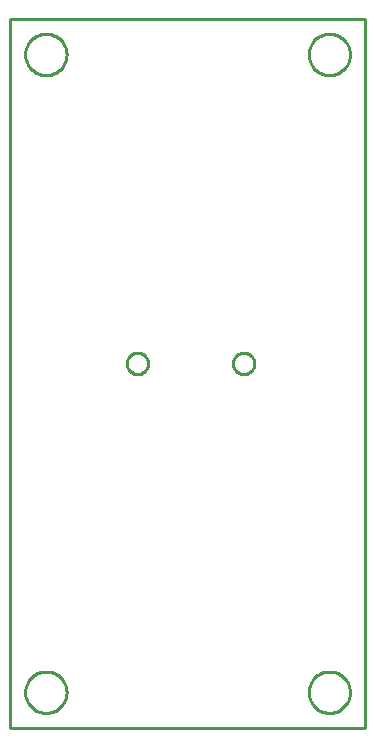
<source format=gbr>
G04 EAGLE Gerber RS-274X export*
G75*
%MOMM*%
%FSLAX34Y34*%
%LPD*%
%IN*%
%IPPOS*%
%AMOC8*
5,1,8,0,0,1.08239X$1,22.5*%
G01*
%ADD10C,0.254000*%


D10*
X0Y0D02*
X300000Y0D01*
X300000Y600000D01*
X0Y600000D01*
X0Y0D01*
X287500Y29427D02*
X287425Y28284D01*
X287276Y27148D01*
X287052Y26024D01*
X286755Y24917D01*
X286387Y23832D01*
X285949Y22774D01*
X285442Y21746D01*
X284869Y20754D01*
X284232Y19801D01*
X283535Y18892D01*
X282779Y18031D01*
X281969Y17221D01*
X281108Y16465D01*
X280199Y15768D01*
X279246Y15131D01*
X278254Y14558D01*
X277226Y14051D01*
X276168Y13613D01*
X275083Y13245D01*
X273976Y12948D01*
X272852Y12725D01*
X271716Y12575D01*
X270573Y12500D01*
X269427Y12500D01*
X268284Y12575D01*
X267148Y12725D01*
X266024Y12948D01*
X264917Y13245D01*
X263832Y13613D01*
X262774Y14051D01*
X261746Y14558D01*
X260754Y15131D01*
X259801Y15768D01*
X258892Y16465D01*
X258031Y17221D01*
X257221Y18031D01*
X256465Y18892D01*
X255768Y19801D01*
X255131Y20754D01*
X254558Y21746D01*
X254051Y22774D01*
X253613Y23832D01*
X253245Y24917D01*
X252948Y26024D01*
X252725Y27148D01*
X252575Y28284D01*
X252500Y29427D01*
X252500Y30573D01*
X252575Y31716D01*
X252725Y32852D01*
X252948Y33976D01*
X253245Y35083D01*
X253613Y36168D01*
X254051Y37226D01*
X254558Y38254D01*
X255131Y39246D01*
X255768Y40199D01*
X256465Y41108D01*
X257221Y41969D01*
X258031Y42779D01*
X258892Y43535D01*
X259801Y44232D01*
X260754Y44869D01*
X261746Y45442D01*
X262774Y45949D01*
X263832Y46387D01*
X264917Y46755D01*
X266024Y47052D01*
X267148Y47276D01*
X268284Y47425D01*
X269427Y47500D01*
X270573Y47500D01*
X271716Y47425D01*
X272852Y47276D01*
X273976Y47052D01*
X275083Y46755D01*
X276168Y46387D01*
X277226Y45949D01*
X278254Y45442D01*
X279246Y44869D01*
X280199Y44232D01*
X281108Y43535D01*
X281969Y42779D01*
X282779Y41969D01*
X283535Y41108D01*
X284232Y40199D01*
X284869Y39246D01*
X285442Y38254D01*
X285949Y37226D01*
X286387Y36168D01*
X286755Y35083D01*
X287052Y33976D01*
X287276Y32852D01*
X287425Y31716D01*
X287500Y30573D01*
X287500Y29427D01*
X47500Y29427D02*
X47425Y28284D01*
X47276Y27148D01*
X47052Y26024D01*
X46755Y24917D01*
X46387Y23832D01*
X45949Y22774D01*
X45442Y21746D01*
X44869Y20754D01*
X44232Y19801D01*
X43535Y18892D01*
X42779Y18031D01*
X41969Y17221D01*
X41108Y16465D01*
X40199Y15768D01*
X39246Y15131D01*
X38254Y14558D01*
X37226Y14051D01*
X36168Y13613D01*
X35083Y13245D01*
X33976Y12948D01*
X32852Y12725D01*
X31716Y12575D01*
X30573Y12500D01*
X29427Y12500D01*
X28284Y12575D01*
X27148Y12725D01*
X26024Y12948D01*
X24917Y13245D01*
X23832Y13613D01*
X22774Y14051D01*
X21746Y14558D01*
X20754Y15131D01*
X19801Y15768D01*
X18892Y16465D01*
X18031Y17221D01*
X17221Y18031D01*
X16465Y18892D01*
X15768Y19801D01*
X15131Y20754D01*
X14558Y21746D01*
X14051Y22774D01*
X13613Y23832D01*
X13245Y24917D01*
X12948Y26024D01*
X12725Y27148D01*
X12575Y28284D01*
X12500Y29427D01*
X12500Y30573D01*
X12575Y31716D01*
X12725Y32852D01*
X12948Y33976D01*
X13245Y35083D01*
X13613Y36168D01*
X14051Y37226D01*
X14558Y38254D01*
X15131Y39246D01*
X15768Y40199D01*
X16465Y41108D01*
X17221Y41969D01*
X18031Y42779D01*
X18892Y43535D01*
X19801Y44232D01*
X20754Y44869D01*
X21746Y45442D01*
X22774Y45949D01*
X23832Y46387D01*
X24917Y46755D01*
X26024Y47052D01*
X27148Y47276D01*
X28284Y47425D01*
X29427Y47500D01*
X30573Y47500D01*
X31716Y47425D01*
X32852Y47276D01*
X33976Y47052D01*
X35083Y46755D01*
X36168Y46387D01*
X37226Y45949D01*
X38254Y45442D01*
X39246Y44869D01*
X40199Y44232D01*
X41108Y43535D01*
X41969Y42779D01*
X42779Y41969D01*
X43535Y41108D01*
X44232Y40199D01*
X44869Y39246D01*
X45442Y38254D01*
X45949Y37226D01*
X46387Y36168D01*
X46755Y35083D01*
X47052Y33976D01*
X47276Y32852D01*
X47425Y31716D01*
X47500Y30573D01*
X47500Y29427D01*
X47500Y569427D02*
X47425Y568284D01*
X47276Y567148D01*
X47052Y566024D01*
X46755Y564917D01*
X46387Y563832D01*
X45949Y562774D01*
X45442Y561746D01*
X44869Y560754D01*
X44232Y559801D01*
X43535Y558892D01*
X42779Y558031D01*
X41969Y557221D01*
X41108Y556465D01*
X40199Y555768D01*
X39246Y555131D01*
X38254Y554558D01*
X37226Y554051D01*
X36168Y553613D01*
X35083Y553245D01*
X33976Y552948D01*
X32852Y552725D01*
X31716Y552575D01*
X30573Y552500D01*
X29427Y552500D01*
X28284Y552575D01*
X27148Y552725D01*
X26024Y552948D01*
X24917Y553245D01*
X23832Y553613D01*
X22774Y554051D01*
X21746Y554558D01*
X20754Y555131D01*
X19801Y555768D01*
X18892Y556465D01*
X18031Y557221D01*
X17221Y558031D01*
X16465Y558892D01*
X15768Y559801D01*
X15131Y560754D01*
X14558Y561746D01*
X14051Y562774D01*
X13613Y563832D01*
X13245Y564917D01*
X12948Y566024D01*
X12725Y567148D01*
X12575Y568284D01*
X12500Y569427D01*
X12500Y570573D01*
X12575Y571716D01*
X12725Y572852D01*
X12948Y573976D01*
X13245Y575083D01*
X13613Y576168D01*
X14051Y577226D01*
X14558Y578254D01*
X15131Y579246D01*
X15768Y580199D01*
X16465Y581108D01*
X17221Y581969D01*
X18031Y582779D01*
X18892Y583535D01*
X19801Y584232D01*
X20754Y584869D01*
X21746Y585442D01*
X22774Y585949D01*
X23832Y586387D01*
X24917Y586755D01*
X26024Y587052D01*
X27148Y587276D01*
X28284Y587425D01*
X29427Y587500D01*
X30573Y587500D01*
X31716Y587425D01*
X32852Y587276D01*
X33976Y587052D01*
X35083Y586755D01*
X36168Y586387D01*
X37226Y585949D01*
X38254Y585442D01*
X39246Y584869D01*
X40199Y584232D01*
X41108Y583535D01*
X41969Y582779D01*
X42779Y581969D01*
X43535Y581108D01*
X44232Y580199D01*
X44869Y579246D01*
X45442Y578254D01*
X45949Y577226D01*
X46387Y576168D01*
X46755Y575083D01*
X47052Y573976D01*
X47276Y572852D01*
X47425Y571716D01*
X47500Y570573D01*
X47500Y569427D01*
X287500Y569427D02*
X287425Y568284D01*
X287276Y567148D01*
X287052Y566024D01*
X286755Y564917D01*
X286387Y563832D01*
X285949Y562774D01*
X285442Y561746D01*
X284869Y560754D01*
X284232Y559801D01*
X283535Y558892D01*
X282779Y558031D01*
X281969Y557221D01*
X281108Y556465D01*
X280199Y555768D01*
X279246Y555131D01*
X278254Y554558D01*
X277226Y554051D01*
X276168Y553613D01*
X275083Y553245D01*
X273976Y552948D01*
X272852Y552725D01*
X271716Y552575D01*
X270573Y552500D01*
X269427Y552500D01*
X268284Y552575D01*
X267148Y552725D01*
X266024Y552948D01*
X264917Y553245D01*
X263832Y553613D01*
X262774Y554051D01*
X261746Y554558D01*
X260754Y555131D01*
X259801Y555768D01*
X258892Y556465D01*
X258031Y557221D01*
X257221Y558031D01*
X256465Y558892D01*
X255768Y559801D01*
X255131Y560754D01*
X254558Y561746D01*
X254051Y562774D01*
X253613Y563832D01*
X253245Y564917D01*
X252948Y566024D01*
X252725Y567148D01*
X252575Y568284D01*
X252500Y569427D01*
X252500Y570573D01*
X252575Y571716D01*
X252725Y572852D01*
X252948Y573976D01*
X253245Y575083D01*
X253613Y576168D01*
X254051Y577226D01*
X254558Y578254D01*
X255131Y579246D01*
X255768Y580199D01*
X256465Y581108D01*
X257221Y581969D01*
X258031Y582779D01*
X258892Y583535D01*
X259801Y584232D01*
X260754Y584869D01*
X261746Y585442D01*
X262774Y585949D01*
X263832Y586387D01*
X264917Y586755D01*
X266024Y587052D01*
X267148Y587276D01*
X268284Y587425D01*
X269427Y587500D01*
X270573Y587500D01*
X271716Y587425D01*
X272852Y587276D01*
X273976Y587052D01*
X275083Y586755D01*
X276168Y586387D01*
X277226Y585949D01*
X278254Y585442D01*
X279246Y584869D01*
X280199Y584232D01*
X281108Y583535D01*
X281969Y582779D01*
X282779Y581969D01*
X283535Y581108D01*
X284232Y580199D01*
X284869Y579246D01*
X285442Y578254D01*
X285949Y577226D01*
X286387Y576168D01*
X286755Y575083D01*
X287052Y573976D01*
X287276Y572852D01*
X287425Y571716D01*
X287500Y570573D01*
X287500Y569427D01*
X107148Y299383D02*
X106364Y299452D01*
X105589Y299588D01*
X104828Y299792D01*
X104088Y300061D01*
X103374Y300394D01*
X102693Y300788D01*
X102048Y301240D01*
X101444Y301746D01*
X100888Y302302D01*
X100382Y302906D01*
X99930Y303551D01*
X99536Y304232D01*
X99203Y304946D01*
X98934Y305686D01*
X98730Y306447D01*
X98594Y307222D01*
X98525Y308006D01*
X98525Y308794D01*
X98594Y309578D01*
X98730Y310354D01*
X98934Y311114D01*
X99203Y311854D01*
X99536Y312568D01*
X99930Y313249D01*
X100382Y313894D01*
X100888Y314498D01*
X101444Y315054D01*
X102048Y315560D01*
X102693Y316012D01*
X103374Y316406D01*
X104088Y316739D01*
X104828Y317008D01*
X105589Y317212D01*
X106364Y317348D01*
X107148Y317417D01*
X107936Y317417D01*
X108720Y317348D01*
X109496Y317212D01*
X110256Y317008D01*
X110996Y316739D01*
X111710Y316406D01*
X112391Y316012D01*
X113036Y315560D01*
X113640Y315054D01*
X114196Y314498D01*
X114702Y313894D01*
X115154Y313249D01*
X115548Y312568D01*
X115881Y311854D01*
X116150Y311114D01*
X116354Y310354D01*
X116490Y309578D01*
X116559Y308794D01*
X116559Y308006D01*
X116490Y307222D01*
X116354Y306447D01*
X116150Y305686D01*
X115881Y304946D01*
X115548Y304232D01*
X115154Y303551D01*
X114702Y302906D01*
X114196Y302302D01*
X113640Y301746D01*
X113036Y301240D01*
X112391Y300788D01*
X111710Y300394D01*
X110996Y300061D01*
X110256Y299792D01*
X109496Y299588D01*
X108720Y299452D01*
X107936Y299383D01*
X107148Y299383D01*
X197064Y299383D02*
X196280Y299452D01*
X195505Y299588D01*
X194744Y299792D01*
X194004Y300061D01*
X193290Y300394D01*
X192609Y300788D01*
X191964Y301240D01*
X191360Y301746D01*
X190804Y302302D01*
X190298Y302906D01*
X189846Y303551D01*
X189452Y304232D01*
X189119Y304946D01*
X188850Y305686D01*
X188646Y306447D01*
X188510Y307222D01*
X188441Y308006D01*
X188441Y308794D01*
X188510Y309578D01*
X188646Y310354D01*
X188850Y311114D01*
X189119Y311854D01*
X189452Y312568D01*
X189846Y313249D01*
X190298Y313894D01*
X190804Y314498D01*
X191360Y315054D01*
X191964Y315560D01*
X192609Y316012D01*
X193290Y316406D01*
X194004Y316739D01*
X194744Y317008D01*
X195505Y317212D01*
X196280Y317348D01*
X197064Y317417D01*
X197852Y317417D01*
X198636Y317348D01*
X199412Y317212D01*
X200172Y317008D01*
X200912Y316739D01*
X201626Y316406D01*
X202307Y316012D01*
X202952Y315560D01*
X203556Y315054D01*
X204112Y314498D01*
X204618Y313894D01*
X205070Y313249D01*
X205464Y312568D01*
X205797Y311854D01*
X206066Y311114D01*
X206270Y310354D01*
X206406Y309578D01*
X206475Y308794D01*
X206475Y308006D01*
X206406Y307222D01*
X206270Y306447D01*
X206066Y305686D01*
X205797Y304946D01*
X205464Y304232D01*
X205070Y303551D01*
X204618Y302906D01*
X204112Y302302D01*
X203556Y301746D01*
X202952Y301240D01*
X202307Y300788D01*
X201626Y300394D01*
X200912Y300061D01*
X200172Y299792D01*
X199412Y299588D01*
X198636Y299452D01*
X197852Y299383D01*
X197064Y299383D01*
M02*

</source>
